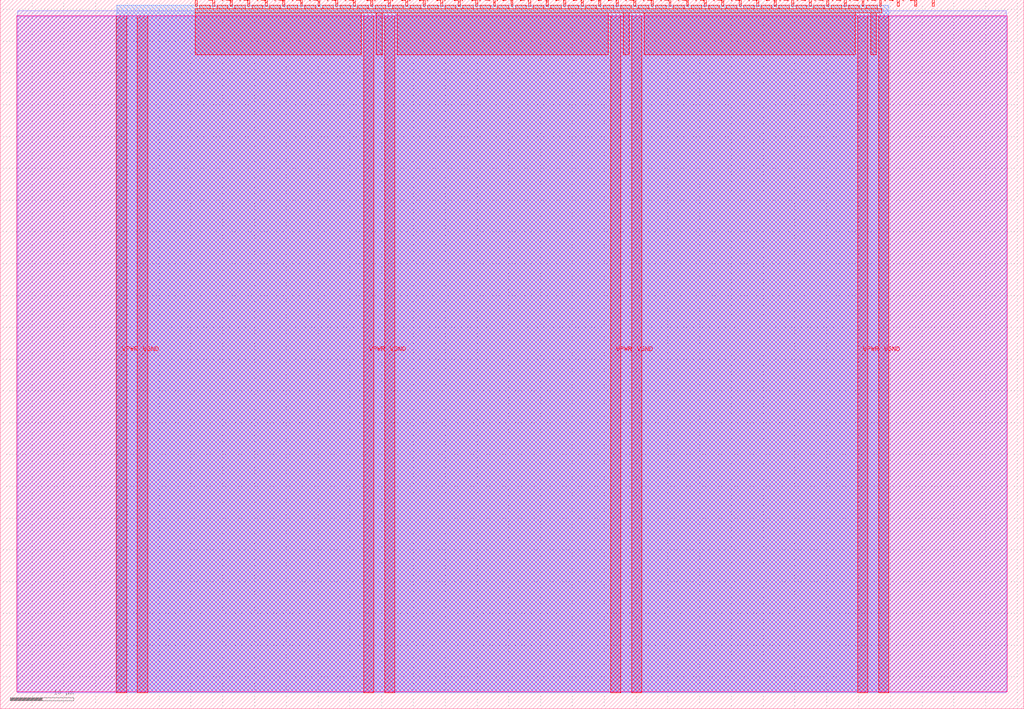
<source format=lef>
VERSION 5.7 ;
  NOWIREEXTENSIONATPIN ON ;
  DIVIDERCHAR "/" ;
  BUSBITCHARS "[]" ;
MACRO tt_um_wokwi_413919484652961793
  CLASS BLOCK ;
  FOREIGN tt_um_wokwi_413919484652961793 ;
  ORIGIN 0.000 0.000 ;
  SIZE 161.000 BY 111.520 ;
  PIN VGND
    DIRECTION INOUT ;
    USE GROUND ;
    PORT
      LAYER met4 ;
        RECT 21.580 2.480 23.180 109.040 ;
    END
    PORT
      LAYER met4 ;
        RECT 60.450 2.480 62.050 109.040 ;
    END
    PORT
      LAYER met4 ;
        RECT 99.320 2.480 100.920 109.040 ;
    END
    PORT
      LAYER met4 ;
        RECT 138.190 2.480 139.790 109.040 ;
    END
  END VGND
  PIN VPWR
    DIRECTION INOUT ;
    USE POWER ;
    PORT
      LAYER met4 ;
        RECT 18.280 2.480 19.880 109.040 ;
    END
    PORT
      LAYER met4 ;
        RECT 57.150 2.480 58.750 109.040 ;
    END
    PORT
      LAYER met4 ;
        RECT 96.020 2.480 97.620 109.040 ;
    END
    PORT
      LAYER met4 ;
        RECT 134.890 2.480 136.490 109.040 ;
    END
  END VPWR
  PIN clk
    DIRECTION INPUT ;
    USE SIGNAL ;
    PORT
      LAYER met4 ;
        RECT 143.830 110.520 144.130 111.520 ;
    END
  END clk
  PIN ena
    DIRECTION INPUT ;
    USE SIGNAL ;
    PORT
      LAYER met4 ;
        RECT 146.590 110.520 146.890 111.520 ;
    END
  END ena
  PIN rst_n
    DIRECTION INPUT ;
    USE SIGNAL ;
    PORT
      LAYER met4 ;
        RECT 141.070 110.520 141.370 111.520 ;
    END
  END rst_n
  PIN ui_in[0]
    DIRECTION INPUT ;
    USE SIGNAL ;
    ANTENNAGATEAREA 0.196500 ;
    PORT
      LAYER met4 ;
        RECT 138.310 110.520 138.610 111.520 ;
    END
  END ui_in[0]
  PIN ui_in[1]
    DIRECTION INPUT ;
    USE SIGNAL ;
    ANTENNAGATEAREA 0.196500 ;
    PORT
      LAYER met4 ;
        RECT 135.550 110.520 135.850 111.520 ;
    END
  END ui_in[1]
  PIN ui_in[2]
    DIRECTION INPUT ;
    USE SIGNAL ;
    ANTENNAGATEAREA 0.159000 ;
    PORT
      LAYER met4 ;
        RECT 132.790 110.520 133.090 111.520 ;
    END
  END ui_in[2]
  PIN ui_in[3]
    DIRECTION INPUT ;
    USE SIGNAL ;
    ANTENNAGATEAREA 0.159000 ;
    PORT
      LAYER met4 ;
        RECT 130.030 110.520 130.330 111.520 ;
    END
  END ui_in[3]
  PIN ui_in[4]
    DIRECTION INPUT ;
    USE SIGNAL ;
    ANTENNAGATEAREA 0.159000 ;
    PORT
      LAYER met4 ;
        RECT 127.270 110.520 127.570 111.520 ;
    END
  END ui_in[4]
  PIN ui_in[5]
    DIRECTION INPUT ;
    USE SIGNAL ;
    ANTENNAGATEAREA 0.159000 ;
    PORT
      LAYER met4 ;
        RECT 124.510 110.520 124.810 111.520 ;
    END
  END ui_in[5]
  PIN ui_in[6]
    DIRECTION INPUT ;
    USE SIGNAL ;
    ANTENNAGATEAREA 0.159000 ;
    PORT
      LAYER met4 ;
        RECT 121.750 110.520 122.050 111.520 ;
    END
  END ui_in[6]
  PIN ui_in[7]
    DIRECTION INPUT ;
    USE SIGNAL ;
    ANTENNAGATEAREA 0.196500 ;
    PORT
      LAYER met4 ;
        RECT 118.990 110.520 119.290 111.520 ;
    END
  END ui_in[7]
  PIN uio_in[0]
    DIRECTION INPUT ;
    USE SIGNAL ;
    PORT
      LAYER met4 ;
        RECT 116.230 110.520 116.530 111.520 ;
    END
  END uio_in[0]
  PIN uio_in[1]
    DIRECTION INPUT ;
    USE SIGNAL ;
    PORT
      LAYER met4 ;
        RECT 113.470 110.520 113.770 111.520 ;
    END
  END uio_in[1]
  PIN uio_in[2]
    DIRECTION INPUT ;
    USE SIGNAL ;
    PORT
      LAYER met4 ;
        RECT 110.710 110.520 111.010 111.520 ;
    END
  END uio_in[2]
  PIN uio_in[3]
    DIRECTION INPUT ;
    USE SIGNAL ;
    PORT
      LAYER met4 ;
        RECT 107.950 110.520 108.250 111.520 ;
    END
  END uio_in[3]
  PIN uio_in[4]
    DIRECTION INPUT ;
    USE SIGNAL ;
    PORT
      LAYER met4 ;
        RECT 105.190 110.520 105.490 111.520 ;
    END
  END uio_in[4]
  PIN uio_in[5]
    DIRECTION INPUT ;
    USE SIGNAL ;
    PORT
      LAYER met4 ;
        RECT 102.430 110.520 102.730 111.520 ;
    END
  END uio_in[5]
  PIN uio_in[6]
    DIRECTION INPUT ;
    USE SIGNAL ;
    PORT
      LAYER met4 ;
        RECT 99.670 110.520 99.970 111.520 ;
    END
  END uio_in[6]
  PIN uio_in[7]
    DIRECTION INPUT ;
    USE SIGNAL ;
    PORT
      LAYER met4 ;
        RECT 96.910 110.520 97.210 111.520 ;
    END
  END uio_in[7]
  PIN uio_oe[0]
    DIRECTION OUTPUT ;
    USE SIGNAL ;
    PORT
      LAYER met4 ;
        RECT 49.990 110.520 50.290 111.520 ;
    END
  END uio_oe[0]
  PIN uio_oe[1]
    DIRECTION OUTPUT ;
    USE SIGNAL ;
    PORT
      LAYER met4 ;
        RECT 47.230 110.520 47.530 111.520 ;
    END
  END uio_oe[1]
  PIN uio_oe[2]
    DIRECTION OUTPUT ;
    USE SIGNAL ;
    PORT
      LAYER met4 ;
        RECT 44.470 110.520 44.770 111.520 ;
    END
  END uio_oe[2]
  PIN uio_oe[3]
    DIRECTION OUTPUT ;
    USE SIGNAL ;
    PORT
      LAYER met4 ;
        RECT 41.710 110.520 42.010 111.520 ;
    END
  END uio_oe[3]
  PIN uio_oe[4]
    DIRECTION OUTPUT ;
    USE SIGNAL ;
    PORT
      LAYER met4 ;
        RECT 38.950 110.520 39.250 111.520 ;
    END
  END uio_oe[4]
  PIN uio_oe[5]
    DIRECTION OUTPUT ;
    USE SIGNAL ;
    PORT
      LAYER met4 ;
        RECT 36.190 110.520 36.490 111.520 ;
    END
  END uio_oe[5]
  PIN uio_oe[6]
    DIRECTION OUTPUT ;
    USE SIGNAL ;
    PORT
      LAYER met4 ;
        RECT 33.430 110.520 33.730 111.520 ;
    END
  END uio_oe[6]
  PIN uio_oe[7]
    DIRECTION OUTPUT ;
    USE SIGNAL ;
    PORT
      LAYER met4 ;
        RECT 30.670 110.520 30.970 111.520 ;
    END
  END uio_oe[7]
  PIN uio_out[0]
    DIRECTION OUTPUT ;
    USE SIGNAL ;
    PORT
      LAYER met4 ;
        RECT 72.070 110.520 72.370 111.520 ;
    END
  END uio_out[0]
  PIN uio_out[1]
    DIRECTION OUTPUT ;
    USE SIGNAL ;
    PORT
      LAYER met4 ;
        RECT 69.310 110.520 69.610 111.520 ;
    END
  END uio_out[1]
  PIN uio_out[2]
    DIRECTION OUTPUT ;
    USE SIGNAL ;
    PORT
      LAYER met4 ;
        RECT 66.550 110.520 66.850 111.520 ;
    END
  END uio_out[2]
  PIN uio_out[3]
    DIRECTION OUTPUT ;
    USE SIGNAL ;
    PORT
      LAYER met4 ;
        RECT 63.790 110.520 64.090 111.520 ;
    END
  END uio_out[3]
  PIN uio_out[4]
    DIRECTION OUTPUT ;
    USE SIGNAL ;
    PORT
      LAYER met4 ;
        RECT 61.030 110.520 61.330 111.520 ;
    END
  END uio_out[4]
  PIN uio_out[5]
    DIRECTION OUTPUT ;
    USE SIGNAL ;
    PORT
      LAYER met4 ;
        RECT 58.270 110.520 58.570 111.520 ;
    END
  END uio_out[5]
  PIN uio_out[6]
    DIRECTION OUTPUT ;
    USE SIGNAL ;
    PORT
      LAYER met4 ;
        RECT 55.510 110.520 55.810 111.520 ;
    END
  END uio_out[6]
  PIN uio_out[7]
    DIRECTION OUTPUT ;
    USE SIGNAL ;
    PORT
      LAYER met4 ;
        RECT 52.750 110.520 53.050 111.520 ;
    END
  END uio_out[7]
  PIN uo_out[0]
    DIRECTION OUTPUT ;
    USE SIGNAL ;
    ANTENNADIFFAREA 0.795200 ;
    PORT
      LAYER met4 ;
        RECT 94.150 110.520 94.450 111.520 ;
    END
  END uo_out[0]
  PIN uo_out[1]
    DIRECTION OUTPUT ;
    USE SIGNAL ;
    ANTENNADIFFAREA 0.795200 ;
    PORT
      LAYER met4 ;
        RECT 91.390 110.520 91.690 111.520 ;
    END
  END uo_out[1]
  PIN uo_out[2]
    DIRECTION OUTPUT ;
    USE SIGNAL ;
    ANTENNADIFFAREA 0.445500 ;
    PORT
      LAYER met4 ;
        RECT 88.630 110.520 88.930 111.520 ;
    END
  END uo_out[2]
  PIN uo_out[3]
    DIRECTION OUTPUT ;
    USE SIGNAL ;
    ANTENNADIFFAREA 0.445500 ;
    PORT
      LAYER met4 ;
        RECT 85.870 110.520 86.170 111.520 ;
    END
  END uo_out[3]
  PIN uo_out[4]
    DIRECTION OUTPUT ;
    USE SIGNAL ;
    ANTENNADIFFAREA 0.445500 ;
    PORT
      LAYER met4 ;
        RECT 83.110 110.520 83.410 111.520 ;
    END
  END uo_out[4]
  PIN uo_out[5]
    DIRECTION OUTPUT ;
    USE SIGNAL ;
    ANTENNADIFFAREA 0.445500 ;
    PORT
      LAYER met4 ;
        RECT 80.350 110.520 80.650 111.520 ;
    END
  END uo_out[5]
  PIN uo_out[6]
    DIRECTION OUTPUT ;
    USE SIGNAL ;
    ANTENNADIFFAREA 0.445500 ;
    PORT
      LAYER met4 ;
        RECT 77.590 110.520 77.890 111.520 ;
    END
  END uo_out[6]
  PIN uo_out[7]
    DIRECTION OUTPUT ;
    USE SIGNAL ;
    ANTENNADIFFAREA 0.445500 ;
    PORT
      LAYER met4 ;
        RECT 74.830 110.520 75.130 111.520 ;
    END
  END uo_out[7]
  OBS
      LAYER nwell ;
        RECT 2.570 2.635 158.430 108.990 ;
      LAYER li1 ;
        RECT 2.760 2.635 158.240 108.885 ;
      LAYER met1 ;
        RECT 2.760 2.480 158.240 109.780 ;
      LAYER met2 ;
        RECT 18.310 2.535 139.760 110.685 ;
      LAYER met3 ;
        RECT 18.290 2.555 139.780 110.665 ;
      LAYER met4 ;
        RECT 31.370 110.120 33.030 110.665 ;
        RECT 34.130 110.120 35.790 110.665 ;
        RECT 36.890 110.120 38.550 110.665 ;
        RECT 39.650 110.120 41.310 110.665 ;
        RECT 42.410 110.120 44.070 110.665 ;
        RECT 45.170 110.120 46.830 110.665 ;
        RECT 47.930 110.120 49.590 110.665 ;
        RECT 50.690 110.120 52.350 110.665 ;
        RECT 53.450 110.120 55.110 110.665 ;
        RECT 56.210 110.120 57.870 110.665 ;
        RECT 58.970 110.120 60.630 110.665 ;
        RECT 61.730 110.120 63.390 110.665 ;
        RECT 64.490 110.120 66.150 110.665 ;
        RECT 67.250 110.120 68.910 110.665 ;
        RECT 70.010 110.120 71.670 110.665 ;
        RECT 72.770 110.120 74.430 110.665 ;
        RECT 75.530 110.120 77.190 110.665 ;
        RECT 78.290 110.120 79.950 110.665 ;
        RECT 81.050 110.120 82.710 110.665 ;
        RECT 83.810 110.120 85.470 110.665 ;
        RECT 86.570 110.120 88.230 110.665 ;
        RECT 89.330 110.120 90.990 110.665 ;
        RECT 92.090 110.120 93.750 110.665 ;
        RECT 94.850 110.120 96.510 110.665 ;
        RECT 97.610 110.120 99.270 110.665 ;
        RECT 100.370 110.120 102.030 110.665 ;
        RECT 103.130 110.120 104.790 110.665 ;
        RECT 105.890 110.120 107.550 110.665 ;
        RECT 108.650 110.120 110.310 110.665 ;
        RECT 111.410 110.120 113.070 110.665 ;
        RECT 114.170 110.120 115.830 110.665 ;
        RECT 116.930 110.120 118.590 110.665 ;
        RECT 119.690 110.120 121.350 110.665 ;
        RECT 122.450 110.120 124.110 110.665 ;
        RECT 125.210 110.120 126.870 110.665 ;
        RECT 127.970 110.120 129.630 110.665 ;
        RECT 130.730 110.120 132.390 110.665 ;
        RECT 133.490 110.120 135.150 110.665 ;
        RECT 136.250 110.120 137.910 110.665 ;
        RECT 30.655 109.440 138.625 110.120 ;
        RECT 30.655 102.855 56.750 109.440 ;
        RECT 59.150 102.855 60.050 109.440 ;
        RECT 62.450 102.855 95.620 109.440 ;
        RECT 98.020 102.855 98.920 109.440 ;
        RECT 101.320 102.855 134.490 109.440 ;
        RECT 136.890 102.855 137.790 109.440 ;
  END
END tt_um_wokwi_413919484652961793
END LIBRARY


</source>
